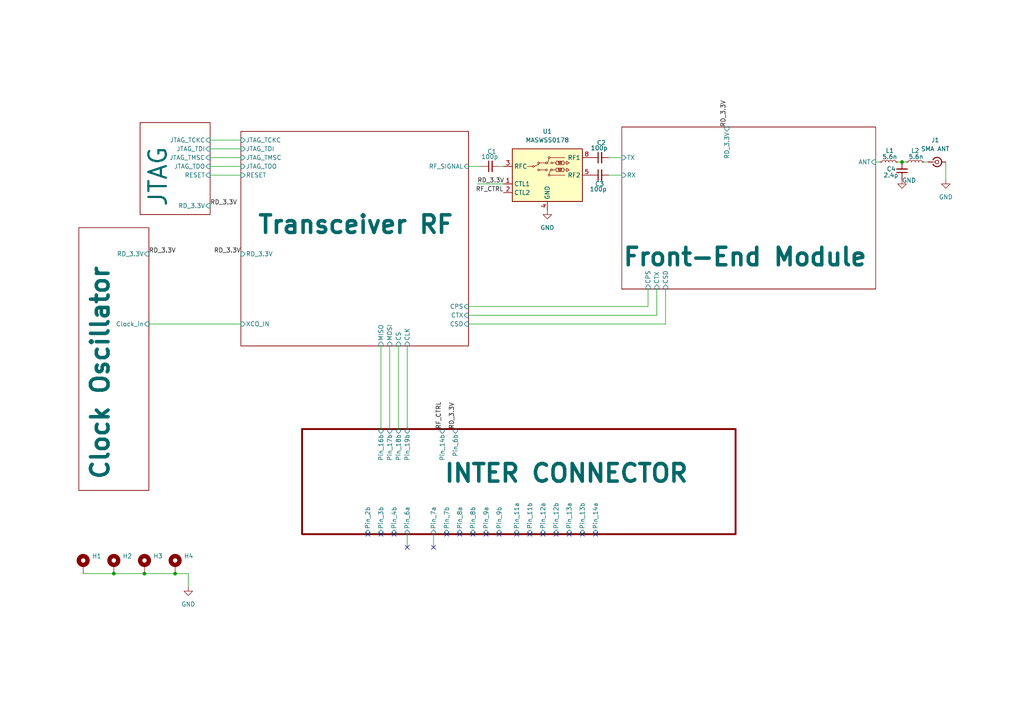
<source format=kicad_sch>
(kicad_sch (version 20250114) (generator "eeschema") (generator_version "9.0")
  (paper "A4")
  (lib_symbols
    (symbol "Connector:Conn_Coaxial_Small" (pin_numbers (hide yes)) (pin_names (offset 1.016) (hide yes))
      (property "Reference" "J" (at 0.254 3.048 0))
      (property "Value" "Conn_Coaxial_Small" (at 0 -3.81 0))
      (symbol "Conn_Coaxial_Small_0_1"
        (polyline (pts (xy -2.54 0) (xy -0.508 0)))
        (circle (center 0 0) (radius 0.508) (stroke (width 0.2032)))
      )
      (symbol "Conn_Coaxial_Small_1_1"
        (arc (start 1.3484 0.0039) (mid 0.327 -1.308) (end -1.1916 -0.6311) (stroke (width 0.3048)))
        (arc (start -1.1916 0.6311) (mid 0.327 1.3081) (end 1.3484 -0.0039) (stroke (width 0.3048)))
        (pin passive line (at -2.54 0 0) (length 1.27) (name "In") (number "1"))
        (pin passive line (at 2.54 0 180) (length 1.27) (name "Ext") (number "2"))
      )
    )
    (symbol "Device:C_Small" (pin_numbers (hide yes)) (pin_names (offset 0.254) (hide yes))
      (property "Reference" "C" (at 0.254 1.778 0))
      (property "Value" "C_Small" (at 0.254 -2.032 0))
      (symbol "C_Small_0_1"
        (polyline (pts (xy -1.524 0.508) (xy 1.524 0.508)) (stroke (width 0.3048)))
        (polyline (pts (xy -1.524 -0.508) (xy 1.524 -0.508)) (stroke (width 0.3302)))
      )
      (symbol "C_Small_1_1"
        (pin passive line (at 0 2.54 270) (length 2.032) (name "~") (number "1"))
        (pin passive line (at 0 -2.54 90) (length 2.032) (name "~") (number "2"))
      )
    )
    (symbol "Device:L_Small" (pin_numbers (hide yes)) (pin_names (offset 0.254) (hide yes))
      (property "Reference" "L" (at 0.762 1.016 0))
      (property "Value" "L_Small" (at 0.762 -1.016 0))
      (symbol "L_Small_0_1"
        (arc (start 0 2.032) (mid 0.5058 1.524) (end 0 1.016))
        (arc (start 0 1.016) (mid 0.5058 0.508) (end 0 0))
        (arc (start 0 0) (mid 0.5058 -0.508) (end 0 -1.016))
        (arc (start 0 -1.016) (mid 0.5058 -1.524) (end 0 -2.032))
      )
      (symbol "L_Small_1_1"
        (pin passive line (at 0 2.54 270) (length 0.508) (name "~") (number "1"))
        (pin passive line (at 0 -2.54 90) (length 0.508) (name "~") (number "2"))
      )
    )
    (symbol "Mechanical:MountingHole_Pad" (pin_numbers (hide yes)) (pin_names (offset 1.016) (hide yes)) (in_bom no)
      (property "Reference" "H" (at 0 6.35 0))
      (property "Value" "MountingHole_Pad" (at 0 4.445 0))
      (symbol "MountingHole_Pad_0_1"
        (circle (center 0 1.27) (radius 1.27) (stroke (width 1.27)))
      )
      (symbol "MountingHole_Pad_1_1"
        (pin input line (at 0 -2.54 90) (length 2.54) (name "1") (number "1"))
      )
    )
    (symbol "RF_Switch:MASWSS0178"
      (property "Reference" "U" (at -8.89 8.89 0))
      (property "Value" "MASWSS0178" (at 3.556 8.89 0))
      (symbol "MASWSS0178_0_1"
        (polyline (pts (xy -4.318 2.54) (xy -5.842 2.54)))
        (polyline (pts (xy -2.286 1.524) (xy -0.508 1.524)))
        (polyline (pts (xy -0.508 3.556) (xy -2.286 3.556)))
      )
      (symbol "MASWSS0178_1_1"
        (rectangle (start -10.16 7.62) (end 10.16 -7.62) (stroke (width 0.254)) (fill (type background)))
        (circle (center -4.064 2.54) (radius 0.254))
        (polyline (pts (xy -3.81 2.54) (xy -2.286 3.302)))
        (circle (center -2.54 3.556) (radius 0.254))
        (circle (center -2.54 1.524) (radius 0.254))
        (circle (center -0.254 3.556) (radius 0.254))
        (circle (center -0.254 1.524) (radius 0.254))
        (circle (center 0.508 5.08) (radius 0.254))
        (polyline (pts (xy 0.508 4.826) (xy 0 3.302)))
        (polyline (pts (xy 0.508 0.254) (xy 1.016 1.778)))
        (circle (center 0.508 0) (radius 0.254))
        (polyline (pts (xy 0.762 5.08) (xy 5.08 5.08)))
        (polyline (pts (xy 0.762 0) (xy 5.08 0)))
        (circle (center 1.27 3.556) (radius 0.254))
        (circle (center 1.27 1.524) (radius 0.254))
        (polyline (pts (xy 1.524 3.556) (xy 2.54 3.556)))
        (polyline (pts (xy 1.524 1.524) (xy 2.54 1.524)))
        (rectangle (start 2.54 3.048) (end 4.826 4.064))
        (rectangle (start 2.54 1.016) (end 4.826 2.032))
        (polyline (pts (xy 4.826 3.556) (xy 5.588 3.556) (xy 5.588 3.048) (xy 6.35 3.556) (xy 5.588 4.064) (xy 5.588 3.556)))
        (polyline (pts (xy 4.826 1.524) (xy 5.588 1.524) (xy 5.588 1.016) (xy 6.35 1.524) (xy 5.588 2.032) (xy 5.588 1.524)))
        (text "50" (at 3.683 3.556 0) (effects (font (size 0.635 0.635))))
        (text "50" (at 3.683 1.524 0) (effects (font (size 0.635 0.635))))
        (pin passive line (at -12.7 2.54 0) (length 2.54) (name "RFC") (number "3"))
        (pin input line (at -12.7 -2.54 0) (length 2.54) (name "CTL1") (number "1"))
        (pin input line (at -12.7 -5.08 0) (length 2.54) (name "CTL2") (number "2"))
        (pin power_in line (at 0 -10.16 90) (length 2.54) (name "GND") (number "4"))
        (pin passive line (at 0 -10.16 90) (length 2.54) (hide yes) (name "GND") (number "6"))
        (pin passive line (at 0 -10.16 90) (length 2.54) (hide yes) (name "GND") (number "7"))
        (pin passive line (at 0 -10.16 90) (length 2.54) (hide yes) (name "GND") (number "9"))
        (pin passive line (at 12.7 5.08 180) (length 2.54) (name "RF1") (number "8"))
        (pin passive line (at 12.7 0 180) (length 2.54) (name "RF2") (number "5"))
      )
    )
    (symbol "power:GND" (power) (pin_numbers (hide yes)) (pin_names (offset 0) (hide yes))
      (property "Value" "GND" (at 0 -3.81 0))
      (symbol "GND_0_1"
        (polyline (pts (xy 0 0) (xy 0 -1.27) (xy 1.27 -1.27) (xy 0 -2.54) (xy -1.27 -1.27) (xy 0 -1.27)))
      )
      (symbol "GND_1_1"
        (pin power_in line (at 0 0 270) (length 0) (name "~") (number "1"))
      )
    )
  )
  (junction (at 41.91 166.37))
  (junction (at 33.02 166.37))
  (junction (at 261.62 46.99))
  (junction (at 50.8 166.37))
  (no_connect (at 168.91 154.94))
  (no_connect (at 149.86 154.94))
  (no_connect (at 137.16 154.94))
  (no_connect (at 110.49 154.94))
  (no_connect (at 161.29 154.94))
  (no_connect (at 118.11 158.75))
  (no_connect (at 157.48 154.94))
  (no_connect (at 133.35 154.94))
  (no_connect (at 144.78 154.94))
  (no_connect (at 106.68 154.94))
  (no_connect (at 125.73 158.75))
  (no_connect (at 172.72 154.94))
  (no_connect (at 153.67 154.94))
  (no_connect (at 140.97 154.94))
  (no_connect (at 114.3 154.94))
  (no_connect (at 129.54 154.94))
  (no_connect (at 165.1 154.94))
  (wire (pts (xy 135.89 88.9) (xy 187.96 88.9)))
  (wire (pts (xy 60.96 45.72) (xy 69.85 45.72)))
  (wire (pts (xy 138.43 53.34) (xy 146.05 53.34)))
  (wire (pts (xy 269.24 46.99) (xy 267.97 46.99)))
  (wire (pts (xy 54.61 166.37) (xy 54.61 170.18)))
  (wire (pts (xy 50.8 166.37) (xy 54.61 166.37)))
  (wire (pts (xy 60.96 40.64) (xy 69.85 40.64)))
  (wire (pts (xy 41.91 166.37) (xy 50.8 166.37)))
  (wire (pts (xy 33.02 166.37) (xy 41.91 166.37)))
  (wire (pts (xy 187.96 83.82) (xy 187.96 88.9)))
  (wire (pts (xy 274.32 46.99) (xy 274.32 52.07)))
  (wire (pts (xy 24.13 166.37) (xy 33.02 166.37)))
  (wire (pts (xy 60.96 50.8) (xy 69.85 50.8)))
  (wire (pts (xy 193.04 83.82) (xy 193.04 93.98)))
  (wire (pts (xy 176.53 50.8) (xy 180.34 50.8)))
  (wire (pts (xy 135.89 93.98) (xy 193.04 93.98)))
  (wire (pts (xy 144.78 48.26) (xy 146.05 48.26)))
  (wire (pts (xy 113.03 100.33) (xy 113.03 124.46)))
  (wire (pts (xy 262.89 46.99) (xy 261.62 46.99)))
  (wire (pts (xy 60.96 43.18) (xy 69.85 43.18)))
  (wire (pts (xy 60.96 48.26) (xy 69.85 48.26)))
  (wire (pts (xy 115.57 100.33) (xy 115.57 124.46)))
  (wire (pts (xy 118.11 154.94) (xy 118.11 158.75)))
  (wire (pts (xy 135.89 91.44) (xy 190.5 91.44)))
  (wire (pts (xy 254 46.99) (xy 255.27 46.99)))
  (wire (pts (xy 118.11 100.33) (xy 118.11 124.46)))
  (wire (pts (xy 125.73 154.94) (xy 125.73 158.75)))
  (wire (pts (xy 190.5 83.82) (xy 190.5 91.44)))
  (wire (pts (xy 260.35 46.99) (xy 261.62 46.99)))
  (wire (pts (xy 43.18 93.98) (xy 69.85 93.98)))
  (wire (pts (xy 135.89 48.26) (xy 139.7 48.26)))
  (wire (pts (xy 110.49 100.33) (xy 110.49 124.46)))
  (wire (pts (xy 176.53 45.72) (xy 180.34 45.72)))
  (label "RD_3.3V" (at 60.96 59.69 0))
  (label "RD_3.3V" (at 69.85 73.66 180))
  (label "RF_CTRL" (at 128.27 124.46 90))
  (label "RD_3.3V" (at 43.18 73.66 0))
  (label "RD_3.3V" (at 138.43 53.34 0))
  (label "RF_CTRL" (at 146.05 55.88 180))
  (label "RD_3.3V" (at 132.08 124.46 90))
  (label "RD_3.3V" (at 210.82 36.83 90))
  (symbol (lib_id "Device:L_Small") (at 265.43 46.99 90) (unit 1)
    (property "Reference" "L2" (at 265.43 43.688 90))
    (property "Value" "5.6n" (at 265.684 45.466 90))
    (property "Footprint" "Inductor_SMD:L_0402_1005Metric" (effects (hide yes)))
    (property "Description" "Inductor, small symbol" (effects (hide yes)))
  )
  (symbol (lib_id "Device:C_Small") (at 173.99 45.72 90) (unit 1)
    (property "Reference" "C2" (at 175.768 41.402 90) (effects (justify left)))
    (property "Value" "100p" (at 176.276 42.926 90) (effects (justify left)))
    (property "Footprint" "Capacitor_SMD:C_0402_1005Metric" (effects (hide yes)))
    (property "Description" "Unpolarized capacitor, small symbol" (effects (hide yes)))
  )
  (symbol (lib_id "Mechanical:MountingHole_Pad") (at 33.02 163.83 0) (unit 1) (in_bom no)
    (property "Reference" "H2" (at 35.56 161.2899 0) (effects (justify left)))
    (property "Value" "MountingHole_Pad" (effects (hide yes)))
    (property "Footprint" "MountingHole:MountingHole_2.7mm_M2.5_Pad" (effects (hide yes)))
    (property "Description" "Mounting Hole with connection" (effects (hide yes)))
  )
  (symbol (lib_id "Device:C_Small") (at 142.24 48.26 90) (unit 1)
    (property "Reference" "C1" (at 144.018 43.942 90) (effects (justify left)))
    (property "Value" "100p" (at 144.526 45.466 90) (effects (justify left)))
    (property "Footprint" "Capacitor_SMD:C_0402_1005Metric" (effects (hide yes)))
    (property "Description" "Unpolarized capacitor, small symbol" (effects (hide yes)))
  )
  (symbol (lib_id "power:GND") (at 158.75 60.96 0) (unit 1)
    (property "Reference" "#PWR01" (effects (hide yes)))
    (property "Value" "GND" (at 158.75 66.04 0))
    (property "Description" "Power symbol creates a global label with name \"GND\" , ground" (effects (hide yes)))
  )
  (symbol (lib_id "power:GND") (at 261.62 52.07 0) (unit 1)
    (property "Reference" "#PWR02" (effects (hide yes)))
    (property "Value" "GND" (at 263.652 52.324 0))
    (property "Description" "Power symbol creates a global label with name \"GND\" , ground" (effects (hide yes)))
  )
  (symbol (lib_id "Mechanical:MountingHole_Pad") (at 24.13 163.83 0) (unit 1) (in_bom no)
    (property "Reference" "H1" (at 26.67 161.2899 0) (effects (justify left)))
    (property "Value" "MountingHole_Pad" (effects (hide yes)))
    (property "Footprint" "MountingHole:MountingHole_2.7mm_M2.5_Pad" (effects (hide yes)))
    (property "Description" "Mounting Hole with connection" (effects (hide yes)))
  )
  (symbol (lib_id "Device:L_Small") (at 257.81 46.99 90) (unit 1)
    (property "Reference" "L1" (at 258.064 43.688 90))
    (property "Value" "5.6n" (at 258.064 45.466 90))
    (property "Footprint" "Inductor_SMD:L_0402_1005Metric" (effects (hide yes)))
    (property "Description" "Inductor, small symbol" (effects (hide yes)))
  )
  (symbol (lib_id "power:GND") (at 54.61 170.18 0) (unit 1)
    (property "Reference" "#PWR039" (effects (hide yes)))
    (property "Value" "GND" (at 54.61 175.26 0))
    (property "Description" "Power symbol creates a global label with name \"GND\" , ground" (effects (hide yes)))
  )
  (symbol (lib_id "Device:C_Small") (at 173.99 50.8 90) (unit 1)
    (property "Reference" "C3" (at 175.26 53.34 90) (effects (justify left)))
    (property "Value" "100p" (at 176.022 54.864 90) (effects (justify left)))
    (property "Footprint" "Capacitor_SMD:C_0402_1005Metric" (effects (hide yes)))
    (property "Description" "Unpolarized capacitor, small symbol" (effects (hide yes)))
  )
  (symbol (lib_id "Mechanical:MountingHole_Pad") (at 50.8 163.83 0) (unit 1) (in_bom no)
    (property "Reference" "H4" (at 53.34 161.2899 0) (effects (justify left)))
    (property "Value" "MountingHole_Pad" (effects (hide yes)))
    (property "Footprint" "MountingHole:MountingHole_2.7mm_M2.5_Pad" (effects (hide yes)))
    (property "Description" "Mounting Hole with connection" (effects (hide yes)))
  )
  (symbol (lib_id "Connector:Conn_Coaxial_Small") (at 271.78 46.99 0) (unit 1)
    (property "Reference" "J1" (at 271.2604 40.64 0))
    (property "Value" "SMA ANT" (at 271.2604 43.18 0))
    (property "Footprint" "Connector_Coaxial:SMA_Amphenol_132134-10_Vertical" (effects (hide yes)))
    (property "Description" "small coaxial connector (BNC, SMA, SMB, SMC, Cinch/RCA, LEMO, ...)" (effects (hide yes)))
  )
  (symbol (lib_id "Mechanical:MountingHole_Pad") (at 41.91 163.83 0) (unit 1) (in_bom no)
    (property "Reference" "H3" (at 44.45 161.2899 0) (effects (justify left)))
    (property "Value" "MountingHole_Pad" (effects (hide yes)))
    (property "Footprint" "MountingHole:MountingHole_2.7mm_M2.5_Pad" (effects (hide yes)))
    (property "Description" "Mounting Hole with connection" (effects (hide yes)))
  )
  (symbol (lib_id "Device:C_Small") (at 261.62 49.53 180) (unit 1)
    (property "Reference" "C4" (at 259.842 49.022 0) (effects (justify left)))
    (property "Value" "2.4p" (at 260.604 50.8 0) (effects (justify left)))
    (property "Footprint" "Capacitor_SMD:C_0402_1005Metric" (effects (hide yes)))
    (property "Description" "Unpolarized capacitor, small symbol" (effects (hide yes)))
  )
  (symbol (lib_id "power:GND") (at 274.32 52.07 0) (unit 1)
    (property "Reference" "#PWR03" (effects (hide yes)))
    (property "Value" "GND" (at 274.32 57.15 0))
    (property "Description" "Power symbol creates a global label with name \"GND\" , ground" (effects (hide yes)))
  )
  (symbol (lib_id "RF_Switch:MASWSS0178") (at 158.75 50.8 0) (unit 1)
    (property "Reference" "U1" (at 158.75 38.1 0))
    (property "Value" "MASWSS0178" (at 158.75 40.64 0))
    (property "Footprint" "Package_SO:MSOP-8-1EP_3x3mm_P0.65mm_EP1.73x1.85mm_ThermalVias" (effects (hide yes)))
    (property "Datasheet" "https://cdn.macom.com/datasheets/MASWSS0178.pdf" (effects (hide yes)))
    (property "Description" "SPDT High Isolation Terminated Switch, 0.01-3.0 GHz, MSOP-8" (effects (hide yes)))
  )
  (sheet (at 87.63 124.46) (size 125.73 30.48) (stroke (width 0.508))
    (property "Sheetname" "INTER CONNECTOR" (at 128.524 140.208 0) (effects (font (size 5.08 5.08) (thickness 1.016) (bold yes)) (justify left bottom)))
    (property "Sheetfile" "connector.kicad_sch" (effects (hide yes)))
    (pin "Pin_2b" input (at 106.68 154.94 270))
    (pin "Pin_3b" input (at 110.49 154.94 270))
    (pin "Pin_4b" input (at 114.3 154.94 270))
    (pin "Pin_6a" input (at 118.11 154.94 270))
    (pin "Pin_6b" input (at 132.08 124.46 90))
    (pin "Pin_7a" input (at 125.73 154.94 270))
    (pin "Pin_7b" input (at 129.54 154.94 270))
    (pin "Pin_8a" input (at 133.35 154.94 270))
    (pin "Pin_8b" input (at 137.16 154.94 270))
    (pin "Pin_9a" input (at 140.97 154.94 270))
    (pin "Pin_9b" input (at 144.78 154.94 270))
    (pin "Pin_11a" input (at 149.86 154.94 270))
    (pin "Pin_11b" input (at 153.67 154.94 270))
    (pin "Pin_12a" input (at 157.48 154.94 270))
    (pin "Pin_12b" input (at 161.29 154.94 270))
    (pin "Pin_13a" input (at 165.1 154.94 270))
    (pin "Pin_13b" input (at 168.91 154.94 270))
    (pin "Pin_14a" input (at 172.72 154.94 270))
    (pin "Pin_14b" input (at 128.27 124.46 90))
    (pin "Pin_16b" input (at 110.49 124.46 90))
    (pin "Pin_17b" input (at 113.03 124.46 90))
    (pin "Pin_18b" input (at 115.57 124.46 90))
    (pin "Pin_19b" input (at 118.11 124.46 90))
  )
  (sheet (at 69.85 38.1) (size 66.04 62.23) (stroke (width 0.1524))
    (property "Sheetname" "Transceiver RF" (at 74.422 68.072 0) (effects (font (size 5.08 5.08) (thickness 1.016) (bold yes)) (justify left bottom)))
    (property "Sheetfile" "rf.kicad_sch" (effects (hide yes)))
    (pin "CPS" input (at 135.89 88.9 0))
    (pin "CTX" input (at 135.89 91.44 0))
    (pin "JTAG_TCKC" input (at 69.85 40.64 180))
    (pin "JTAG_TDI" input (at 69.85 43.18 180))
    (pin "JTAG_TMSC" input (at 69.85 45.72 180))
    (pin "RD_3.3V" input (at 69.85 73.66 180))
    (pin "RESET" input (at 69.85 50.8 180))
    (pin "RF_SIGNAL" input (at 135.89 48.26 0))
    (pin "XCO_IN" input (at 69.85 93.98 180))
    (pin "JTAG_TDO" input (at 69.85 48.26 180))
    (pin "CSD" input (at 135.89 93.98 0))
    (pin "CLK" input (at 118.11 100.33 270))
    (pin "CS" input (at 115.57 100.33 270))
    (pin "MISO" input (at 110.49 100.33 270))
    (pin "MOSI" input (at 113.03 100.33 270))
  )
  (sheet (at 22.86 66.04) (size 20.32 76.2) (stroke (width 0.1524))
    (property "Sheetname" "Clock Oscillator" (at 32.004 139.446 90) (effects (font (size 5.08 5.08) (thickness 1.016) (bold yes)) (justify left bottom)))
    (property "Sheetfile" "xco.kicad_sch" (effects (hide yes)))
    (pin "Clock_in" input (at 43.18 93.98 0))
    (pin "RD_3.3V" input (at 43.18 73.66 0))
  )
  (sheet (at 40.64 35.56) (size 20.32 26.67) (stroke (width 0.1524))
    (property "Sheetname" "JTAG" (at 48.768 60.198 90) (effects (font (size 5.08 5.08) (thickness 0.635)) (justify left bottom)))
    (property "Sheetfile" "jtag.kicad_sch" (effects (hide yes)))
    (pin "JTAG_TCKC" input (at 60.96 40.64 0))
    (pin "JTAG_TDI" input (at 60.96 43.18 0))
    (pin "JTAG_TDO" input (at 60.96 48.26 0))
    (pin "JTAG_TMSC" input (at 60.96 45.72 0))
    (pin "RD_3.3V" input (at 60.96 59.69 0))
    (pin "RESET" input (at 60.96 50.8 0))
  )
  (sheet (at 180.34 36.83) (size 73.66 46.99) (stroke (width 0.1524))
    (property "Sheetname" "Front-End Module" (at 180.34 77.47 0) (effects (font (size 5.08 5.08) (thickness 1.016) (bold yes)) (justify left bottom)))
    (property "Sheetfile" "inte.kicad_sch" (effects (hide yes)))
    (pin "ANT" input (at 254 46.99 0))
    (pin "CPS" input (at 187.96 83.82 270))
    (pin "CSD" input (at 193.04 83.82 270))
    (pin "CTX" input (at 190.5 83.82 270))
    (pin "RD_3.3V" input (at 210.82 36.83 90))
    (pin "RX" input (at 180.34 50.8 180))
    (pin "TX" input (at 180.34 45.72 180))
  )
)
</source>
